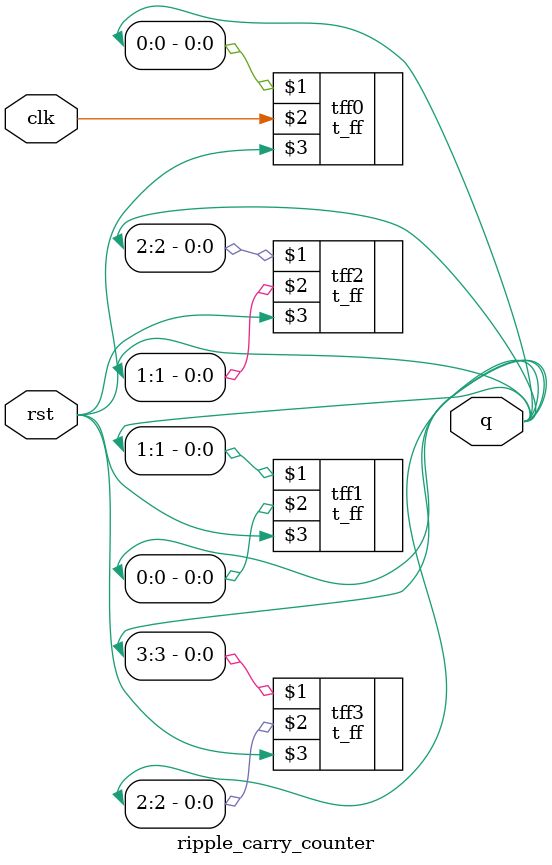
<source format=v>
module ripple_carry_counter
(
        q,
        clk,
        rst
);

output  [3:0]   q;
input           clk;
input           rst;

t_ff tff0(q[0], clk, rst);
t_ff tff1(q[1], q[0], rst);
t_ff tff2(q[2], q[1], rst);
t_ff tff3(q[3], q[2], rst);

endmodule

</source>
